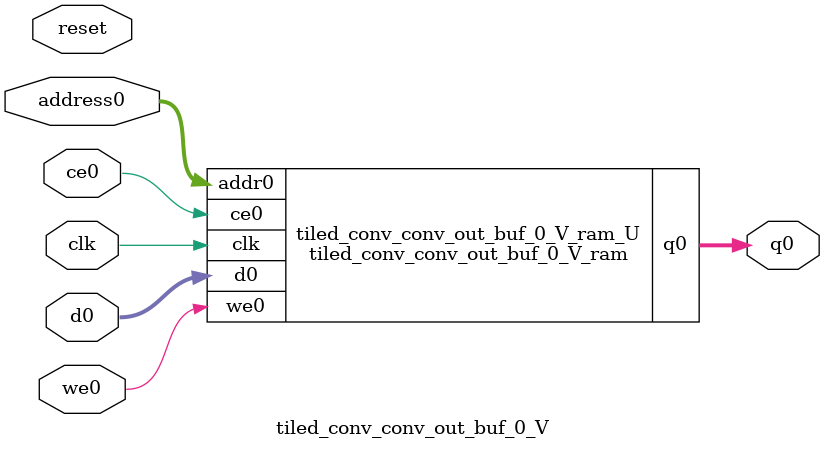
<source format=v>
`timescale 1 ns / 1 ps
module tiled_conv_conv_out_buf_0_V_ram (addr0, ce0, d0, we0, q0,  clk);

parameter DWIDTH = 16;
parameter AWIDTH = 9;
parameter MEM_SIZE = 460;

input[AWIDTH-1:0] addr0;
input ce0;
input[DWIDTH-1:0] d0;
input we0;
output reg[DWIDTH-1:0] q0;
input clk;

reg [DWIDTH-1:0] ram[0:MEM_SIZE-1];




always @(posedge clk)  
begin 
    if (ce0) begin
        if (we0) 
            ram[addr0] <= d0; 
        q0 <= ram[addr0];
    end
end


endmodule

`timescale 1 ns / 1 ps
module tiled_conv_conv_out_buf_0_V(
    reset,
    clk,
    address0,
    ce0,
    we0,
    d0,
    q0);

parameter DataWidth = 32'd16;
parameter AddressRange = 32'd460;
parameter AddressWidth = 32'd9;
input reset;
input clk;
input[AddressWidth - 1:0] address0;
input ce0;
input we0;
input[DataWidth - 1:0] d0;
output[DataWidth - 1:0] q0;



tiled_conv_conv_out_buf_0_V_ram tiled_conv_conv_out_buf_0_V_ram_U(
    .clk( clk ),
    .addr0( address0 ),
    .ce0( ce0 ),
    .we0( we0 ),
    .d0( d0 ),
    .q0( q0 ));

endmodule


</source>
